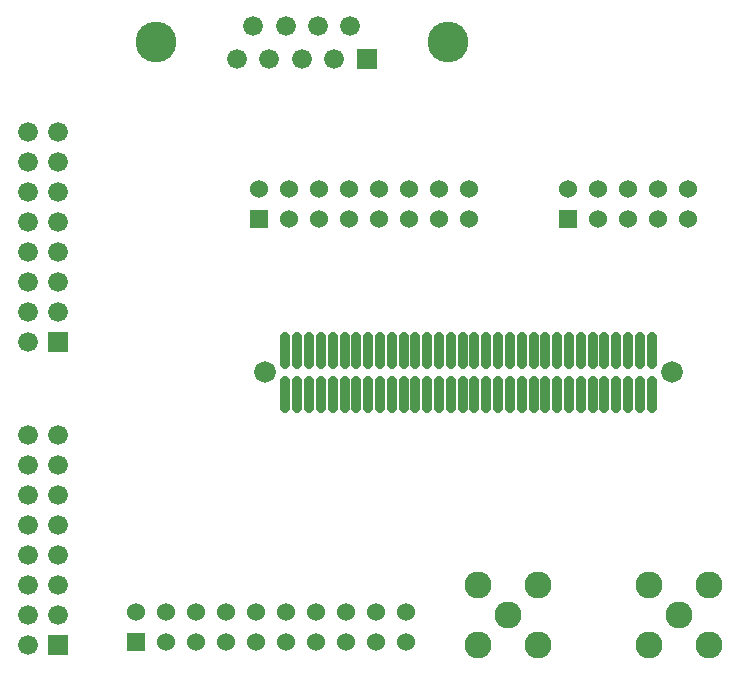
<source format=gbr>
G04 Title: TX Daughterboard, solder mask solder side *
G04 Creator: pcb-bin 1.99p *
G04 CreationDate: Thu Dec 30 02:16:24 2004 UTC *
G04 For: matt *
G04 Format: Gerber/RS-274X *
G04 PCB-Dimensions: 275000 250000 *
G04 PCB-Coordinate-Origin: lower left *
%MOIN*%
%FSLAX24Y24*%
%IPPOS*%
%ADD11C,0.0100*%
%ADD12C,0.0160*%
%ADD13C,0.0460*%
%ADD14C,0.0220*%
%ADD15R,0.0160X0.0160*%
%ADD16R,0.0460X0.0460*%
%ADD17R,0.0220X0.0220*%
%ADD18C,0.0080*%
%ADD19R,0.0600X0.0600*%
%ADD20R,0.0660X0.0660*%
%ADD21R,0.0900X0.0900X0.0600X0.0600*%
%ADD22R,0.0900X0.0900*%
%ADD23C,0.0600*%
%ADD24C,0.0660*%
%ADD25C,0.0900X0.0600*%
%ADD26C,0.0900*%
%ADD27C,0.0125*%
%AMTHERM1*7,0,0,0.0900,0.0600,0.0125,45*%
%ADD28THERM1*%
%ADD29C,0.1300*%
%ADD30C,0.1360*%
%ADD31C,0.1600X0.1300*%
%ADD32C,0.1600*%
%ADD33C,0.0200*%
%ADD34R,0.0240X0.0240*%
%ADD35R,0.0440X0.0440*%
%ADD36R,0.0300X0.0300*%
%ADD37C,0.0060*%
%AMTHERM2*7,0,0,0.0900,0.0600,0.0100,45*%
%ADD38THERM2*%
%ADD39R,0.0540X0.0540*%
%ADD40R,0.0650X0.0650*%
%ADD41R,0.0950X0.0950*%
%ADD42C,0.1200X0.0900*%
%ADD43C,0.1200*%
%ADD44C,0.0150*%
%AMTHERM3*7,0,0,0.1200,0.0900,0.0150,45*%
%ADD45THERM3*%
%ADD46C,0.0720*%
%ADD47C,0.0920X0.0720*%
%ADD48C,0.0920*%
%ADD49C,0.0240*%
%ADD50C,0.0340*%
%ADD51C,0.0500*%
%ADD52R,0.0200X0.0200*%
%ADD53R,0.0500X0.0500*%
%ADD54C,0.0137*%
%ADD55C,0.1320*%
%ADD56C,0.1520*%
%ADD57C,0.1520X0.1320*%
%ADD58C,0.0400*%
%ADD59C,0.0600X0.0400*%
%AMTHERM4*7,0,0,0.0600,0.0400,0.0100,45*%
%ADD60THERM4*%
%ADD61C,0.0800*%
%ADD62C,0.0800X0.0600*%
%AMTHERM5*7,0,0,0.0800,0.0600,0.0160,45*%
%ADD63THERM5*%
%LNGROUP_3*%
%LPD*%
G01X0Y0D02*
G54D50*X9499Y10028D02*Y9118D01*
X21704Y11481D02*Y10571D01*
X10286Y10028D02*Y9118D01*
X9893Y10028D02*Y9118D01*
X10680Y10028D02*Y9118D01*
X9499Y11481D02*Y10571D01*
X11074Y10028D02*Y9118D01*
X10286Y11481D02*Y10571D01*
X11467Y10028D02*Y9118D01*
X10680Y11481D02*Y10571D01*
X11861Y10028D02*Y9118D01*
X11074Y11481D02*Y10571D01*
X12255Y10028D02*Y9118D01*
X11467Y11481D02*Y10571D01*
X12648Y10028D02*Y9118D01*
X11861Y11481D02*Y10571D01*
X13042Y10028D02*Y9118D01*
X12255Y11481D02*Y10571D01*
X13436Y10028D02*Y9118D01*
X12648Y11481D02*Y10571D01*
X13042Y11481D02*Y10571D01*
X13436Y11481D02*Y10571D01*
X13830Y11481D02*Y10571D01*
X14223Y11481D02*Y10571D01*
X14617Y11481D02*Y10571D01*
X15011Y11481D02*Y10571D01*
X15404Y11481D02*Y10571D01*
X15798Y11481D02*Y10571D01*
X16192Y11481D02*Y10571D01*
X16585Y11481D02*Y10571D01*
X16979Y11481D02*Y10571D01*
X17373Y11481D02*Y10571D01*
X17767Y11481D02*Y10571D01*
X18160Y11481D02*Y10571D01*
X18554Y11481D02*Y10571D01*
X19341Y11481D02*Y10571D01*
X18948Y11481D02*Y10571D01*
X19735Y11481D02*Y10571D01*
X20129Y11481D02*Y10571D01*
X20522Y11481D02*Y10571D01*
X20916Y11481D02*Y10571D01*
X9893Y11481D02*Y10571D01*
X13830Y10028D02*Y9118D01*
X14223Y10028D02*Y9118D01*
X14617Y10028D02*Y9118D01*
X15011Y10028D02*Y9118D01*
X15404Y10028D02*Y9118D01*
X15798Y10028D02*Y9118D01*
X16192Y10028D02*Y9118D01*
X16585Y10028D02*Y9118D01*
X16979Y10028D02*Y9118D01*
X17373Y10028D02*Y9118D01*
X17767Y10028D02*Y9118D01*
X18160Y10028D02*Y9118D01*
X18554Y10028D02*Y9118D01*
X18948Y10028D02*Y9118D01*
X19341Y10028D02*Y9118D01*
X19735Y10028D02*Y9118D01*
X20129Y10028D02*Y9118D01*
X20522Y10028D02*Y9118D01*
X20916Y10028D02*Y9118D01*
X21310Y10028D02*Y9118D01*
X21704Y10028D02*Y9118D01*
X21310Y11481D02*Y10571D01*
G54D20*X12200Y20740D03*
G54D24*X11120D03*
X10040D03*
X8960D03*
X7880D03*
X11660Y21860D03*
X10580D03*
X9500D03*
X8420D03*
G54D30*X14900Y21300D03*
X5180D03*
G54D20*X1900Y1200D03*
G54D24*X900D03*
X1900Y2200D03*
X900D03*
X1900Y3200D03*
X900D03*
X1900Y4200D03*
X900D03*
X1900Y5200D03*
X900D03*
X1900Y6200D03*
X900D03*
X1900Y7200D03*
X900D03*
X1900Y8200D03*
X900D03*
G54D20*X1900Y11300D03*
G54D24*X900D03*
X1900Y12300D03*
X900D03*
X1900Y13300D03*
X900D03*
X1900Y14300D03*
X900D03*
X1900Y15300D03*
X900D03*
X1900Y16300D03*
X900D03*
X1900Y17300D03*
X900D03*
X1900Y18300D03*
X900D03*
G54D19*X4500Y1300D03*
G54D23*Y2300D03*
X5500Y1300D03*
Y2300D03*
X6500Y1300D03*
Y2300D03*
X7500Y1300D03*
Y2300D03*
X8500Y1300D03*
Y2300D03*
X9500Y1300D03*
Y2300D03*
X10500Y1300D03*
Y2300D03*
X11500Y1300D03*
Y2300D03*
X12500Y1300D03*
Y2300D03*
X13500Y1300D03*
Y2300D03*
G54D19*X18900Y15400D03*
G54D23*Y16400D03*
X19900Y15400D03*
Y16400D03*
X20900Y15400D03*
Y16400D03*
X21900Y15400D03*
Y16400D03*
X22900Y15400D03*
Y16400D03*
G54D26*X22600Y2200D03*
X21600Y1200D03*
Y3200D03*
X23600Y1200D03*
Y3200D03*
G54D19*X8600Y15400D03*
G54D23*Y16400D03*
X9600Y15400D03*
Y16400D03*
X10600Y15400D03*
Y16400D03*
X11600Y15400D03*
Y16400D03*
X12600Y15400D03*
Y16400D03*
X13600Y15400D03*
Y16400D03*
X14600Y15400D03*
Y16400D03*
X15600Y15400D03*
Y16400D03*
G54D26*X16900Y2200D03*
X15900Y1200D03*
Y3200D03*
X17900Y1200D03*
Y3200D03*
G54D46*X8830Y10300D03*
X22373D03*
M02*

</source>
